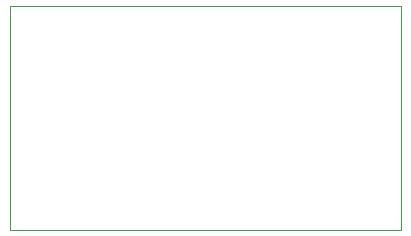
<source format=gbr>
%TF.GenerationSoftware,KiCad,Pcbnew,8.0.5*%
%TF.CreationDate,2024-12-17T02:27:59+01:00*%
%TF.ProjectId,hardware v5,68617264-7761-4726-9520-76352e6b6963,rev?*%
%TF.SameCoordinates,Original*%
%TF.FileFunction,Profile,NP*%
%FSLAX46Y46*%
G04 Gerber Fmt 4.6, Leading zero omitted, Abs format (unit mm)*
G04 Created by KiCad (PCBNEW 8.0.5) date 2024-12-17 02:27:59*
%MOMM*%
%LPD*%
G01*
G04 APERTURE LIST*
%TA.AperFunction,Profile*%
%ADD10C,0.050000*%
%TD*%
G04 APERTURE END LIST*
D10*
X119280000Y-91060000D02*
X152390000Y-91060000D01*
X152390000Y-110060000D01*
X119280000Y-110060000D01*
X119280000Y-91060000D01*
M02*

</source>
